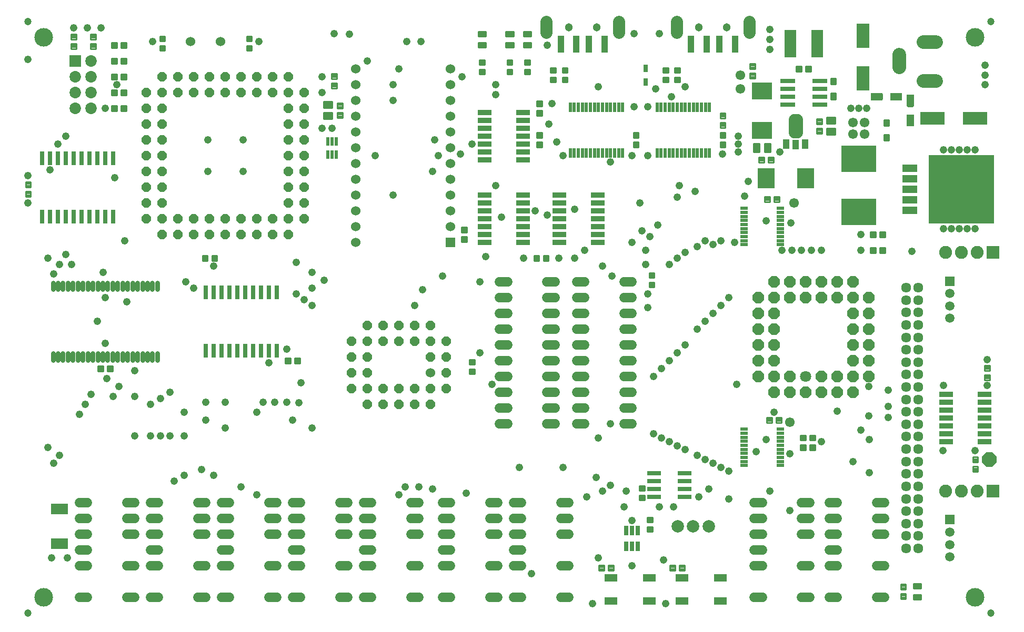
<source format=gts>
G75*
%MOIN*%
%OFA0B0*%
%FSLAX24Y24*%
%IPPOS*%
%LPD*%
%AMOC8*
5,1,8,0,0,1.08239X$1,22.5*
%
%ADD10C,0.1182*%
%ADD11R,0.0750X0.0500*%
%ADD12R,0.0500X0.0750*%
%ADD13OC8,0.0600*%
%ADD14C,0.0297*%
%ADD15C,0.0600*%
%ADD16R,0.0860X0.0300*%
%ADD17R,0.0300X0.0600*%
%ADD18R,0.0600X0.0600*%
%ADD19C,0.0600*%
%ADD20R,0.0470X0.0200*%
%ADD21R,0.0217X0.0630*%
%ADD22C,0.0880*%
%ADD23R,0.0595X0.0595*%
%ADD24C,0.0595*%
%ADD25C,0.0107*%
%ADD26R,0.0789X0.0513*%
%ADD27C,0.0789*%
%ADD28R,0.0880X0.0340*%
%ADD29R,0.1580X0.0830*%
%ADD30R,0.0830X0.1580*%
%ADD31R,0.1080X0.1280*%
%ADD32R,0.1280X0.1080*%
%ADD33R,0.0749X0.1734*%
%ADD34R,0.1080X0.0680*%
%ADD35C,0.0099*%
%ADD36C,0.0472*%
%ADD37C,0.0710*%
%ADD38OC8,0.0710*%
%ADD39R,0.0300X0.0860*%
%ADD40R,0.0395X0.1064*%
%ADD41C,0.0780*%
%ADD42C,0.0513*%
%ADD43C,0.0395*%
%ADD44R,0.0946X0.0316*%
%ADD45R,0.4178X0.4332*%
%ADD46R,0.0930X0.0500*%
%ADD47R,0.0395X0.0631*%
%ADD48C,0.0660*%
%ADD49R,0.0394X0.0630*%
%ADD50C,0.0120*%
%ADD51R,0.0820X0.0820*%
%ADD52C,0.0820*%
%ADD53C,0.0634*%
%ADD54OC8,0.0930*%
%ADD55R,0.2245X0.1655*%
%ADD56R,0.0220X0.0540*%
%ADD57R,0.0730X0.0730*%
%ADD58C,0.0730*%
%ADD59R,0.0316X0.0474*%
%ADD60C,0.0476*%
%ADD61C,0.0437*%
%ADD62C,0.0611*%
D10*
X002350Y002350D03*
X002350Y037850D03*
X061350Y037850D03*
X061350Y002350D03*
D11*
X056350Y034100D03*
X055100Y034100D03*
D12*
X057225Y033850D03*
X057225Y032600D03*
D13*
X027850Y018600D03*
X026850Y018600D03*
X026850Y017600D03*
X027850Y017600D03*
X027850Y016600D03*
X027850Y015600D03*
X026850Y015600D03*
X026850Y014600D03*
X025850Y014600D03*
X024850Y014600D03*
X024850Y015600D03*
X025850Y015600D03*
X023850Y015600D03*
X023850Y014600D03*
X022850Y014600D03*
X022850Y015600D03*
X021850Y015600D03*
X021850Y016600D03*
X022850Y016600D03*
X022850Y017600D03*
X021850Y017600D03*
X021850Y018600D03*
X022850Y018600D03*
X022850Y019600D03*
X023850Y019600D03*
X023850Y018600D03*
X024850Y018600D03*
X025850Y018600D03*
X025850Y019600D03*
X024850Y019600D03*
X026850Y019600D03*
X017850Y025350D03*
X017850Y026350D03*
X018850Y026350D03*
X018850Y027350D03*
X017850Y027350D03*
X016850Y026350D03*
X016850Y025350D03*
X015850Y025350D03*
X014850Y025350D03*
X014850Y026350D03*
X015850Y026350D03*
X013850Y026350D03*
X012850Y026350D03*
X012850Y025350D03*
X013850Y025350D03*
X011850Y025350D03*
X010850Y025350D03*
X010850Y026350D03*
X011850Y026350D03*
X009850Y026350D03*
X009850Y025350D03*
X008850Y026350D03*
X008850Y027350D03*
X009850Y027350D03*
X009850Y028350D03*
X009850Y029350D03*
X009850Y030350D03*
X009850Y031350D03*
X009850Y032350D03*
X008850Y032350D03*
X008850Y031350D03*
X008850Y030350D03*
X008850Y029350D03*
X008850Y028350D03*
X008850Y033350D03*
X008850Y034350D03*
X009850Y034350D03*
X009850Y033350D03*
X010850Y034350D03*
X011850Y034350D03*
X011850Y035350D03*
X010850Y035350D03*
X009850Y035350D03*
X012850Y035350D03*
X013850Y035350D03*
X013850Y034350D03*
X012850Y034350D03*
X014850Y034350D03*
X015850Y034350D03*
X015850Y035350D03*
X014850Y035350D03*
X016850Y035350D03*
X016850Y034350D03*
X017850Y034350D03*
X018850Y034350D03*
X018850Y033350D03*
X017850Y033350D03*
X017850Y032350D03*
X018850Y032350D03*
X018850Y031350D03*
X017850Y031350D03*
X017850Y030350D03*
X018850Y030350D03*
X018850Y029350D03*
X017850Y029350D03*
X017850Y028350D03*
X018850Y028350D03*
X017850Y035350D03*
D14*
X009532Y022293D02*
X009532Y022293D01*
X009532Y021879D01*
X009532Y021879D01*
X009532Y022293D01*
X009532Y022175D02*
X009532Y022175D01*
X009217Y022293D02*
X009217Y022293D01*
X009217Y021879D01*
X009217Y021879D01*
X009217Y022293D01*
X009217Y022175D02*
X009217Y022175D01*
X008902Y022293D02*
X008902Y022293D01*
X008902Y021879D01*
X008902Y021879D01*
X008902Y022293D01*
X008902Y022175D02*
X008902Y022175D01*
X008587Y022293D02*
X008587Y022293D01*
X008587Y021879D01*
X008587Y021879D01*
X008587Y022293D01*
X008587Y022175D02*
X008587Y022175D01*
X008272Y022293D02*
X008272Y022293D01*
X008272Y021879D01*
X008272Y021879D01*
X008272Y022293D01*
X008272Y022175D02*
X008272Y022175D01*
X007957Y022293D02*
X007957Y022293D01*
X007957Y021879D01*
X007957Y021879D01*
X007957Y022293D01*
X007957Y022175D02*
X007957Y022175D01*
X007642Y022293D02*
X007642Y022293D01*
X007642Y021879D01*
X007642Y021879D01*
X007642Y022293D01*
X007642Y022175D02*
X007642Y022175D01*
X007327Y022293D02*
X007327Y022293D01*
X007327Y021879D01*
X007327Y021879D01*
X007327Y022293D01*
X007327Y022175D02*
X007327Y022175D01*
X007012Y022293D02*
X007012Y022293D01*
X007012Y021879D01*
X007012Y021879D01*
X007012Y022293D01*
X007012Y022175D02*
X007012Y022175D01*
X006697Y022293D02*
X006697Y022293D01*
X006697Y021879D01*
X006697Y021879D01*
X006697Y022293D01*
X006697Y022175D02*
X006697Y022175D01*
X006382Y022293D02*
X006382Y022293D01*
X006382Y021879D01*
X006382Y021879D01*
X006382Y022293D01*
X006382Y022175D02*
X006382Y022175D01*
X006068Y022293D02*
X006068Y022293D01*
X006068Y021879D01*
X006068Y021879D01*
X006068Y022293D01*
X006068Y022175D02*
X006068Y022175D01*
X005753Y022293D02*
X005753Y022293D01*
X005753Y021879D01*
X005753Y021879D01*
X005753Y022293D01*
X005753Y022175D02*
X005753Y022175D01*
X005438Y022293D02*
X005438Y022293D01*
X005438Y021879D01*
X005438Y021879D01*
X005438Y022293D01*
X005438Y022175D02*
X005438Y022175D01*
X005123Y022293D02*
X005123Y022293D01*
X005123Y021879D01*
X005123Y021879D01*
X005123Y022293D01*
X005123Y022175D02*
X005123Y022175D01*
X004808Y022293D02*
X004808Y022293D01*
X004808Y021879D01*
X004808Y021879D01*
X004808Y022293D01*
X004808Y022175D02*
X004808Y022175D01*
X004493Y022293D02*
X004493Y022293D01*
X004493Y021879D01*
X004493Y021879D01*
X004493Y022293D01*
X004493Y022175D02*
X004493Y022175D01*
X004178Y022293D02*
X004178Y022293D01*
X004178Y021879D01*
X004178Y021879D01*
X004178Y022293D01*
X004178Y022175D02*
X004178Y022175D01*
X003863Y022293D02*
X003863Y022293D01*
X003863Y021879D01*
X003863Y021879D01*
X003863Y022293D01*
X003863Y022175D02*
X003863Y022175D01*
X003548Y022293D02*
X003548Y022293D01*
X003548Y021879D01*
X003548Y021879D01*
X003548Y022293D01*
X003548Y022175D02*
X003548Y022175D01*
X003233Y022293D02*
X003233Y022293D01*
X003233Y021879D01*
X003233Y021879D01*
X003233Y022293D01*
X003233Y022175D02*
X003233Y022175D01*
X002918Y022293D02*
X002918Y022293D01*
X002918Y021879D01*
X002918Y021879D01*
X002918Y022293D01*
X002918Y022175D02*
X002918Y022175D01*
X002918Y017407D02*
X002918Y017407D01*
X002918Y017821D01*
X002918Y017821D01*
X002918Y017407D01*
X002918Y017703D02*
X002918Y017703D01*
X003233Y017407D02*
X003233Y017407D01*
X003233Y017821D01*
X003233Y017821D01*
X003233Y017407D01*
X003233Y017703D02*
X003233Y017703D01*
X003548Y017407D02*
X003548Y017407D01*
X003548Y017821D01*
X003548Y017821D01*
X003548Y017407D01*
X003548Y017703D02*
X003548Y017703D01*
X003863Y017407D02*
X003863Y017407D01*
X003863Y017821D01*
X003863Y017821D01*
X003863Y017407D01*
X003863Y017703D02*
X003863Y017703D01*
X004178Y017407D02*
X004178Y017407D01*
X004178Y017821D01*
X004178Y017821D01*
X004178Y017407D01*
X004178Y017703D02*
X004178Y017703D01*
X004493Y017407D02*
X004493Y017407D01*
X004493Y017821D01*
X004493Y017821D01*
X004493Y017407D01*
X004493Y017703D02*
X004493Y017703D01*
X004808Y017407D02*
X004808Y017407D01*
X004808Y017821D01*
X004808Y017821D01*
X004808Y017407D01*
X004808Y017703D02*
X004808Y017703D01*
X005123Y017407D02*
X005123Y017407D01*
X005123Y017821D01*
X005123Y017821D01*
X005123Y017407D01*
X005123Y017703D02*
X005123Y017703D01*
X005438Y017407D02*
X005438Y017407D01*
X005438Y017821D01*
X005438Y017821D01*
X005438Y017407D01*
X005438Y017703D02*
X005438Y017703D01*
X005753Y017407D02*
X005753Y017407D01*
X005753Y017821D01*
X005753Y017821D01*
X005753Y017407D01*
X005753Y017703D02*
X005753Y017703D01*
X006068Y017407D02*
X006068Y017407D01*
X006068Y017821D01*
X006068Y017821D01*
X006068Y017407D01*
X006068Y017703D02*
X006068Y017703D01*
X006382Y017407D02*
X006382Y017407D01*
X006382Y017821D01*
X006382Y017821D01*
X006382Y017407D01*
X006382Y017703D02*
X006382Y017703D01*
X006697Y017407D02*
X006697Y017407D01*
X006697Y017821D01*
X006697Y017821D01*
X006697Y017407D01*
X006697Y017703D02*
X006697Y017703D01*
X007012Y017407D02*
X007012Y017407D01*
X007012Y017821D01*
X007012Y017821D01*
X007012Y017407D01*
X007012Y017703D02*
X007012Y017703D01*
X007327Y017407D02*
X007327Y017407D01*
X007327Y017821D01*
X007327Y017821D01*
X007327Y017407D01*
X007327Y017703D02*
X007327Y017703D01*
X007642Y017407D02*
X007642Y017407D01*
X007642Y017821D01*
X007642Y017821D01*
X007642Y017407D01*
X007642Y017703D02*
X007642Y017703D01*
X007957Y017407D02*
X007957Y017407D01*
X007957Y017821D01*
X007957Y017821D01*
X007957Y017407D01*
X007957Y017703D02*
X007957Y017703D01*
X008272Y017407D02*
X008272Y017407D01*
X008272Y017821D01*
X008272Y017821D01*
X008272Y017407D01*
X008272Y017703D02*
X008272Y017703D01*
X008587Y017407D02*
X008587Y017407D01*
X008587Y017821D01*
X008587Y017821D01*
X008587Y017407D01*
X008587Y017703D02*
X008587Y017703D01*
X008902Y017407D02*
X008902Y017407D01*
X008902Y017821D01*
X008902Y017821D01*
X008902Y017407D01*
X008902Y017703D02*
X008902Y017703D01*
X009217Y017407D02*
X009217Y017407D01*
X009217Y017821D01*
X009217Y017821D01*
X009217Y017407D01*
X009217Y017703D02*
X009217Y017703D01*
X009532Y017407D02*
X009532Y017407D01*
X009532Y017821D01*
X009532Y017821D01*
X009532Y017407D01*
X009532Y017703D02*
X009532Y017703D01*
D15*
X009610Y008350D02*
X009090Y008350D01*
X008110Y008350D02*
X007590Y008350D01*
X007590Y007350D02*
X008110Y007350D01*
X009090Y007350D02*
X009610Y007350D01*
X009610Y006350D02*
X009090Y006350D01*
X008110Y006350D02*
X007590Y006350D01*
X009090Y005350D02*
X009610Y005350D01*
X009610Y004350D02*
X009090Y004350D01*
X008110Y004350D02*
X007590Y004350D01*
X005110Y004350D02*
X004590Y004350D01*
X004590Y005350D02*
X005110Y005350D01*
X005110Y006350D02*
X004590Y006350D01*
X004590Y007350D02*
X005110Y007350D01*
X005110Y008350D02*
X004590Y008350D01*
X012090Y008350D02*
X012610Y008350D01*
X013590Y008350D02*
X014110Y008350D01*
X014110Y007350D02*
X013590Y007350D01*
X012610Y007350D02*
X012090Y007350D01*
X012090Y006350D02*
X012610Y006350D01*
X013590Y006350D02*
X014110Y006350D01*
X014110Y005350D02*
X013590Y005350D01*
X013590Y004350D02*
X014110Y004350D01*
X012610Y004350D02*
X012090Y004350D01*
X012090Y002350D02*
X012610Y002350D01*
X013590Y002350D02*
X014110Y002350D01*
X016590Y002350D02*
X017110Y002350D01*
X018090Y002350D02*
X018610Y002350D01*
X018610Y004350D02*
X018090Y004350D01*
X017110Y004350D02*
X016590Y004350D01*
X018090Y005350D02*
X018610Y005350D01*
X018610Y006350D02*
X018090Y006350D01*
X017110Y006350D02*
X016590Y006350D01*
X016590Y007350D02*
X017110Y007350D01*
X018090Y007350D02*
X018610Y007350D01*
X018610Y008350D02*
X018090Y008350D01*
X017110Y008350D02*
X016590Y008350D01*
X021090Y008350D02*
X021610Y008350D01*
X022590Y008350D02*
X023110Y008350D01*
X023110Y007350D02*
X022590Y007350D01*
X021610Y007350D02*
X021090Y007350D01*
X021090Y006350D02*
X021610Y006350D01*
X022590Y006350D02*
X023110Y006350D01*
X023110Y005350D02*
X022590Y005350D01*
X022590Y004350D02*
X023110Y004350D01*
X021610Y004350D02*
X021090Y004350D01*
X021090Y002350D02*
X021610Y002350D01*
X022590Y002350D02*
X023110Y002350D01*
X025590Y002350D02*
X026110Y002350D01*
X027590Y002350D02*
X028110Y002350D01*
X028110Y004350D02*
X027590Y004350D01*
X027590Y005350D02*
X028110Y005350D01*
X028110Y006350D02*
X027590Y006350D01*
X027590Y007350D02*
X028110Y007350D01*
X028110Y008350D02*
X027590Y008350D01*
X026110Y008350D02*
X025590Y008350D01*
X025590Y007350D02*
X026110Y007350D01*
X026110Y006350D02*
X025590Y006350D01*
X025590Y004350D02*
X026110Y004350D01*
X030590Y004350D02*
X031110Y004350D01*
X032090Y004350D02*
X032610Y004350D01*
X032610Y005350D02*
X032090Y005350D01*
X032090Y006350D02*
X032610Y006350D01*
X032610Y007350D02*
X032090Y007350D01*
X031110Y007350D02*
X030590Y007350D01*
X030590Y008350D02*
X031110Y008350D01*
X032090Y008350D02*
X032610Y008350D01*
X035090Y008350D02*
X035610Y008350D01*
X035610Y007350D02*
X035090Y007350D01*
X035090Y006350D02*
X035610Y006350D01*
X035610Y004350D02*
X035090Y004350D01*
X035090Y002350D02*
X035610Y002350D01*
X032610Y002350D02*
X032090Y002350D01*
X031110Y002350D02*
X030590Y002350D01*
X030590Y006350D02*
X031110Y006350D01*
X031215Y013350D02*
X031735Y013350D01*
X031735Y014350D02*
X031215Y014350D01*
X031215Y015350D02*
X031735Y015350D01*
X031735Y016350D02*
X031215Y016350D01*
X031215Y017350D02*
X031735Y017350D01*
X031735Y018350D02*
X031215Y018350D01*
X031215Y019350D02*
X031735Y019350D01*
X031735Y020350D02*
X031215Y020350D01*
X031215Y021350D02*
X031735Y021350D01*
X031735Y022350D02*
X031215Y022350D01*
X034215Y022350D02*
X034735Y022350D01*
X036090Y022350D02*
X036610Y022350D01*
X036610Y021350D02*
X036090Y021350D01*
X036090Y020350D02*
X036610Y020350D01*
X036610Y019350D02*
X036090Y019350D01*
X036090Y018350D02*
X036610Y018350D01*
X036610Y017350D02*
X036090Y017350D01*
X034735Y017350D02*
X034215Y017350D01*
X034215Y018350D02*
X034735Y018350D01*
X034735Y019350D02*
X034215Y019350D01*
X034215Y020350D02*
X034735Y020350D01*
X034735Y021350D02*
X034215Y021350D01*
X039090Y021350D02*
X039610Y021350D01*
X039610Y020350D02*
X039090Y020350D01*
X039090Y019350D02*
X039610Y019350D01*
X039610Y018350D02*
X039090Y018350D01*
X039090Y017350D02*
X039610Y017350D01*
X039610Y016350D02*
X039090Y016350D01*
X039090Y015350D02*
X039610Y015350D01*
X039610Y014350D02*
X039090Y014350D01*
X039090Y013350D02*
X039610Y013350D01*
X036610Y013350D02*
X036090Y013350D01*
X036090Y014350D02*
X036610Y014350D01*
X036610Y015350D02*
X036090Y015350D01*
X036090Y016350D02*
X036610Y016350D01*
X034735Y016350D02*
X034215Y016350D01*
X034215Y015350D02*
X034735Y015350D01*
X034735Y014350D02*
X034215Y014350D01*
X034215Y013350D02*
X034735Y013350D01*
X039090Y022350D02*
X039610Y022350D01*
X047340Y008350D02*
X047860Y008350D01*
X047860Y007350D02*
X047340Y007350D01*
X047340Y006350D02*
X047860Y006350D01*
X047860Y005350D02*
X047340Y005350D01*
X047340Y004350D02*
X047860Y004350D01*
X047860Y002350D02*
X047340Y002350D01*
X050340Y002350D02*
X050860Y002350D01*
X052090Y002350D02*
X052610Y002350D01*
X052610Y004350D02*
X052090Y004350D01*
X052090Y005350D02*
X052610Y005350D01*
X052610Y006350D02*
X052090Y006350D01*
X050860Y006350D02*
X050340Y006350D01*
X050340Y007350D02*
X050860Y007350D01*
X050860Y008350D02*
X050340Y008350D01*
X052090Y008350D02*
X052610Y008350D01*
X052610Y007350D02*
X052090Y007350D01*
X055090Y007350D02*
X055610Y007350D01*
X055610Y008350D02*
X055090Y008350D01*
X055090Y006350D02*
X055610Y006350D01*
X055610Y004350D02*
X055090Y004350D01*
X055090Y002350D02*
X055610Y002350D01*
X050860Y004350D02*
X050340Y004350D01*
X009610Y002350D02*
X009090Y002350D01*
X008110Y002350D02*
X007590Y002350D01*
X005110Y002350D02*
X004590Y002350D01*
D16*
X041005Y008725D03*
X041005Y009225D03*
X041005Y009725D03*
X041005Y010225D03*
X042945Y010225D03*
X042945Y009725D03*
X042945Y009225D03*
X042945Y008725D03*
D17*
X039970Y006600D03*
X039600Y006600D03*
X039230Y006600D03*
X039230Y005600D03*
X039600Y005600D03*
X039970Y005600D03*
D18*
X028100Y024850D03*
D19*
X028100Y025850D03*
X028100Y026850D03*
X028100Y027850D03*
X028100Y028850D03*
X028100Y029850D03*
X028100Y030850D03*
X028100Y031850D03*
X028100Y032850D03*
X028100Y033850D03*
X028100Y034850D03*
X028100Y035850D03*
X022100Y035850D03*
X022100Y034850D03*
X022100Y033850D03*
X022100Y032850D03*
X022100Y031850D03*
X022100Y030850D03*
X022100Y029850D03*
X022100Y028850D03*
X022100Y027850D03*
X022100Y026850D03*
X022100Y025850D03*
X022100Y024850D03*
X026850Y016600D03*
X013550Y037600D03*
X011650Y037600D03*
D20*
X046701Y027021D03*
X046701Y026765D03*
X046701Y026509D03*
X046701Y026254D03*
X046701Y025998D03*
X046701Y025742D03*
X046701Y025486D03*
X046701Y025230D03*
X046701Y024974D03*
X046701Y024718D03*
X048999Y024718D03*
X048999Y024974D03*
X048999Y025230D03*
X048999Y025486D03*
X048999Y025742D03*
X048999Y025998D03*
X048999Y026254D03*
X048999Y026509D03*
X048999Y026765D03*
X048999Y027021D03*
X048999Y013021D03*
X048999Y012765D03*
X048999Y012509D03*
X048999Y012254D03*
X048999Y011998D03*
X048999Y011742D03*
X048999Y011486D03*
X048999Y011230D03*
X048999Y010974D03*
X048999Y010718D03*
X046701Y010718D03*
X046701Y010974D03*
X046701Y011230D03*
X046701Y011486D03*
X046701Y011742D03*
X046701Y011998D03*
X046701Y012254D03*
X046701Y012509D03*
X046701Y012765D03*
X046701Y013021D03*
D21*
X044513Y030536D03*
X044257Y030536D03*
X044002Y030536D03*
X043746Y030536D03*
X043490Y030536D03*
X043234Y030536D03*
X042978Y030536D03*
X042722Y030536D03*
X042466Y030536D03*
X042210Y030536D03*
X041954Y030536D03*
X041698Y030536D03*
X041443Y030536D03*
X041187Y030536D03*
X039013Y030536D03*
X038757Y030536D03*
X038502Y030536D03*
X038246Y030536D03*
X037990Y030536D03*
X037734Y030536D03*
X037478Y030536D03*
X037222Y030536D03*
X036966Y030536D03*
X036710Y030536D03*
X036454Y030536D03*
X036198Y030536D03*
X035943Y030536D03*
X035687Y030536D03*
X035687Y033414D03*
X035943Y033414D03*
X036198Y033414D03*
X036454Y033414D03*
X036710Y033414D03*
X036966Y033414D03*
X037222Y033414D03*
X037478Y033414D03*
X037734Y033414D03*
X037990Y033414D03*
X038246Y033414D03*
X038502Y033414D03*
X038757Y033414D03*
X039013Y033414D03*
X041187Y033414D03*
X041443Y033414D03*
X041698Y033414D03*
X041954Y033414D03*
X042210Y033414D03*
X042466Y033414D03*
X042722Y033414D03*
X042978Y033414D03*
X043234Y033414D03*
X043490Y033414D03*
X043746Y033414D03*
X044002Y033414D03*
X044257Y033414D03*
X044513Y033414D03*
D22*
X056525Y035950D02*
X056525Y036750D01*
X058075Y037550D02*
X058875Y037550D01*
X058875Y035100D02*
X058075Y035100D01*
D23*
X059725Y022406D03*
X059725Y007281D03*
D24*
X059725Y006494D03*
X059725Y005706D03*
X059725Y004919D03*
X059725Y020044D03*
X059725Y020831D03*
X059725Y021619D03*
D25*
X055624Y024511D02*
X055302Y024511D01*
X055624Y024511D02*
X055624Y024189D01*
X055302Y024189D01*
X055302Y024511D01*
X055302Y024296D02*
X055624Y024296D01*
X055624Y024403D02*
X055302Y024403D01*
X055302Y024510D02*
X055624Y024510D01*
X055024Y024511D02*
X054702Y024511D01*
X055024Y024511D02*
X055024Y024189D01*
X054702Y024189D01*
X054702Y024511D01*
X054702Y024296D02*
X055024Y024296D01*
X055024Y024403D02*
X054702Y024403D01*
X054702Y024510D02*
X055024Y024510D01*
X055024Y025511D02*
X054702Y025511D01*
X055024Y025511D02*
X055024Y025189D01*
X054702Y025189D01*
X054702Y025511D01*
X054702Y025296D02*
X055024Y025296D01*
X055024Y025403D02*
X054702Y025403D01*
X054702Y025510D02*
X055024Y025510D01*
X055302Y025511D02*
X055624Y025511D01*
X055624Y025189D01*
X055302Y025189D01*
X055302Y025511D01*
X055302Y025296D02*
X055624Y025296D01*
X055624Y025403D02*
X055302Y025403D01*
X055302Y025510D02*
X055624Y025510D01*
X048936Y027439D02*
X048614Y027439D01*
X048614Y027761D01*
X048936Y027761D01*
X048936Y027439D01*
X048936Y027546D02*
X048614Y027546D01*
X048614Y027653D02*
X048936Y027653D01*
X048936Y027760D02*
X048614Y027760D01*
X048336Y027439D02*
X048014Y027439D01*
X048014Y027761D01*
X048336Y027761D01*
X048336Y027439D01*
X048336Y027546D02*
X048014Y027546D01*
X048014Y027653D02*
X048336Y027653D01*
X048336Y027760D02*
X048014Y027760D01*
X047961Y029939D02*
X047639Y029939D01*
X047639Y030261D01*
X047961Y030261D01*
X047961Y029939D01*
X047961Y030046D02*
X047639Y030046D01*
X047639Y030153D02*
X047961Y030153D01*
X047961Y030260D02*
X047639Y030260D01*
X048239Y029939D02*
X048561Y029939D01*
X048239Y029939D02*
X048239Y030261D01*
X048561Y030261D01*
X048561Y029939D01*
X048561Y030046D02*
X048239Y030046D01*
X048239Y030153D02*
X048561Y030153D01*
X048561Y030260D02*
X048239Y030260D01*
X045189Y030889D02*
X045189Y031211D01*
X045511Y031211D01*
X045511Y030889D01*
X045189Y030889D01*
X045189Y030996D02*
X045511Y030996D01*
X045511Y031103D02*
X045189Y031103D01*
X045189Y031210D02*
X045511Y031210D01*
X045189Y031489D02*
X045189Y031811D01*
X045511Y031811D01*
X045511Y031489D01*
X045189Y031489D01*
X045189Y031596D02*
X045511Y031596D01*
X045511Y031703D02*
X045189Y031703D01*
X045189Y031810D02*
X045511Y031810D01*
X045511Y032139D02*
X045511Y032461D01*
X045511Y032139D02*
X045189Y032139D01*
X045189Y032461D01*
X045511Y032461D01*
X045511Y032246D02*
X045189Y032246D01*
X045189Y032353D02*
X045511Y032353D01*
X045511Y032460D02*
X045189Y032460D01*
X045511Y032739D02*
X045511Y033061D01*
X045511Y032739D02*
X045189Y032739D01*
X045189Y033061D01*
X045511Y033061D01*
X045511Y032846D02*
X045189Y032846D01*
X045189Y032953D02*
X045511Y032953D01*
X045511Y033060D02*
X045189Y033060D01*
X047064Y035264D02*
X047064Y035586D01*
X047386Y035586D01*
X047386Y035264D01*
X047064Y035264D01*
X047064Y035371D02*
X047386Y035371D01*
X047386Y035478D02*
X047064Y035478D01*
X047064Y035585D02*
X047386Y035585D01*
X047064Y035864D02*
X047064Y036186D01*
X047386Y036186D01*
X047386Y035864D01*
X047064Y035864D01*
X047064Y035971D02*
X047386Y035971D01*
X047386Y036078D02*
X047064Y036078D01*
X047064Y036185D02*
X047386Y036185D01*
X050014Y035689D02*
X050336Y035689D01*
X050014Y035689D02*
X050014Y036011D01*
X050336Y036011D01*
X050336Y035689D01*
X050336Y035796D02*
X050014Y035796D01*
X050014Y035903D02*
X050336Y035903D01*
X050336Y036010D02*
X050014Y036010D01*
X050614Y035689D02*
X050936Y035689D01*
X050614Y035689D02*
X050614Y036011D01*
X050936Y036011D01*
X050936Y035689D01*
X050936Y035796D02*
X050614Y035796D01*
X050614Y035903D02*
X050936Y035903D01*
X050936Y036010D02*
X050614Y036010D01*
X051314Y032686D02*
X051314Y032364D01*
X051314Y032686D02*
X051636Y032686D01*
X051636Y032364D01*
X051314Y032364D01*
X051314Y032471D02*
X051636Y032471D01*
X051636Y032578D02*
X051314Y032578D01*
X051314Y032685D02*
X051636Y032685D01*
X051314Y032086D02*
X051314Y031764D01*
X051314Y032086D02*
X051636Y032086D01*
X051636Y031764D01*
X051314Y031764D01*
X051314Y031871D02*
X051636Y031871D01*
X051636Y031978D02*
X051314Y031978D01*
X051314Y032085D02*
X051636Y032085D01*
X042636Y035014D02*
X042636Y035336D01*
X042636Y035014D02*
X042314Y035014D01*
X042314Y035336D01*
X042636Y035336D01*
X042636Y035121D02*
X042314Y035121D01*
X042314Y035228D02*
X042636Y035228D01*
X042636Y035335D02*
X042314Y035335D01*
X042636Y035614D02*
X042636Y035936D01*
X042636Y035614D02*
X042314Y035614D01*
X042314Y035936D01*
X042636Y035936D01*
X042636Y035721D02*
X042314Y035721D01*
X042314Y035828D02*
X042636Y035828D01*
X042636Y035935D02*
X042314Y035935D01*
X041564Y035936D02*
X041564Y035614D01*
X041564Y035936D02*
X041886Y035936D01*
X041886Y035614D01*
X041564Y035614D01*
X041564Y035721D02*
X041886Y035721D01*
X041886Y035828D02*
X041564Y035828D01*
X041564Y035935D02*
X041886Y035935D01*
X041564Y035336D02*
X041564Y035014D01*
X041564Y035336D02*
X041886Y035336D01*
X041886Y035014D01*
X041564Y035014D01*
X041564Y035121D02*
X041886Y035121D01*
X041886Y035228D02*
X041564Y035228D01*
X041564Y035335D02*
X041886Y035335D01*
X040011Y031811D02*
X040011Y031489D01*
X039689Y031489D01*
X039689Y031811D01*
X040011Y031811D01*
X040011Y031596D02*
X039689Y031596D01*
X039689Y031703D02*
X040011Y031703D01*
X040011Y031810D02*
X039689Y031810D01*
X040011Y031211D02*
X040011Y030889D01*
X039689Y030889D01*
X039689Y031211D01*
X040011Y031211D01*
X040011Y030996D02*
X039689Y030996D01*
X039689Y031103D02*
X040011Y031103D01*
X040011Y031210D02*
X039689Y031210D01*
X035511Y035014D02*
X035511Y035336D01*
X035511Y035014D02*
X035189Y035014D01*
X035189Y035336D01*
X035511Y035336D01*
X035511Y035121D02*
X035189Y035121D01*
X035189Y035228D02*
X035511Y035228D01*
X035511Y035335D02*
X035189Y035335D01*
X035511Y035614D02*
X035511Y035936D01*
X035511Y035614D02*
X035189Y035614D01*
X035189Y035936D01*
X035511Y035936D01*
X035511Y035721D02*
X035189Y035721D01*
X035189Y035828D02*
X035511Y035828D01*
X035511Y035935D02*
X035189Y035935D01*
X034439Y035936D02*
X034439Y035614D01*
X034439Y035936D02*
X034761Y035936D01*
X034761Y035614D01*
X034439Y035614D01*
X034439Y035721D02*
X034761Y035721D01*
X034761Y035828D02*
X034439Y035828D01*
X034439Y035935D02*
X034761Y035935D01*
X034439Y035336D02*
X034439Y035014D01*
X034439Y035336D02*
X034761Y035336D01*
X034761Y035014D01*
X034439Y035014D01*
X034439Y035121D02*
X034761Y035121D01*
X034761Y035228D02*
X034439Y035228D01*
X034439Y035335D02*
X034761Y035335D01*
X033136Y035514D02*
X033136Y035836D01*
X033136Y035514D02*
X032814Y035514D01*
X032814Y035836D01*
X033136Y035836D01*
X033136Y035621D02*
X032814Y035621D01*
X032814Y035728D02*
X033136Y035728D01*
X033136Y035835D02*
X032814Y035835D01*
X033136Y036114D02*
X033136Y036436D01*
X033136Y036114D02*
X032814Y036114D01*
X032814Y036436D01*
X033136Y036436D01*
X033136Y036221D02*
X032814Y036221D01*
X032814Y036328D02*
X033136Y036328D01*
X033136Y036435D02*
X032814Y036435D01*
X032011Y036436D02*
X032011Y036114D01*
X031689Y036114D01*
X031689Y036436D01*
X032011Y036436D01*
X032011Y036221D02*
X031689Y036221D01*
X031689Y036328D02*
X032011Y036328D01*
X032011Y036435D02*
X031689Y036435D01*
X032011Y035836D02*
X032011Y035514D01*
X031689Y035514D01*
X031689Y035836D01*
X032011Y035836D01*
X032011Y035621D02*
X031689Y035621D01*
X031689Y035728D02*
X032011Y035728D01*
X032011Y035835D02*
X031689Y035835D01*
X030261Y035836D02*
X030261Y035514D01*
X029939Y035514D01*
X029939Y035836D01*
X030261Y035836D01*
X030261Y035621D02*
X029939Y035621D01*
X029939Y035728D02*
X030261Y035728D01*
X030261Y035835D02*
X029939Y035835D01*
X030261Y036114D02*
X030261Y036436D01*
X030261Y036114D02*
X029939Y036114D01*
X029939Y036436D01*
X030261Y036436D01*
X030261Y036221D02*
X029939Y036221D01*
X029939Y036328D02*
X030261Y036328D01*
X030261Y036435D02*
X029939Y036435D01*
X029864Y037214D02*
X029864Y037536D01*
X030336Y037536D01*
X030336Y037214D01*
X029864Y037214D01*
X029864Y037321D02*
X030336Y037321D01*
X030336Y037428D02*
X029864Y037428D01*
X029864Y037535D02*
X030336Y037535D01*
X029864Y037914D02*
X029864Y038236D01*
X030336Y038236D01*
X030336Y037914D01*
X029864Y037914D01*
X029864Y038021D02*
X030336Y038021D01*
X030336Y038128D02*
X029864Y038128D01*
X029864Y038235D02*
X030336Y038235D01*
X031614Y038236D02*
X031614Y037914D01*
X031614Y038236D02*
X032086Y038236D01*
X032086Y037914D01*
X031614Y037914D01*
X031614Y038021D02*
X032086Y038021D01*
X032086Y038128D02*
X031614Y038128D01*
X031614Y038235D02*
X032086Y038235D01*
X032739Y038236D02*
X032739Y037914D01*
X032739Y038236D02*
X033211Y038236D01*
X033211Y037914D01*
X032739Y037914D01*
X032739Y038021D02*
X033211Y038021D01*
X033211Y038128D02*
X032739Y038128D01*
X032739Y038235D02*
X033211Y038235D01*
X032739Y037536D02*
X032739Y037214D01*
X032739Y037536D02*
X033211Y037536D01*
X033211Y037214D01*
X032739Y037214D01*
X032739Y037321D02*
X033211Y037321D01*
X033211Y037428D02*
X032739Y037428D01*
X032739Y037535D02*
X033211Y037535D01*
X031614Y037536D02*
X031614Y037214D01*
X031614Y037536D02*
X032086Y037536D01*
X032086Y037214D01*
X031614Y037214D01*
X031614Y037321D02*
X032086Y037321D01*
X032086Y037428D02*
X031614Y037428D01*
X031614Y037535D02*
X032086Y037535D01*
X033886Y033811D02*
X033886Y033489D01*
X033564Y033489D01*
X033564Y033811D01*
X033886Y033811D01*
X033886Y033596D02*
X033564Y033596D01*
X033564Y033703D02*
X033886Y033703D01*
X033886Y033810D02*
X033564Y033810D01*
X033886Y033211D02*
X033886Y032889D01*
X033564Y032889D01*
X033564Y033211D01*
X033886Y033211D01*
X033886Y032996D02*
X033564Y032996D01*
X033564Y033103D02*
X033886Y033103D01*
X033886Y033210D02*
X033564Y033210D01*
X033564Y031811D02*
X033564Y031489D01*
X033564Y031811D02*
X033886Y031811D01*
X033886Y031489D01*
X033564Y031489D01*
X033564Y031596D02*
X033886Y031596D01*
X033886Y031703D02*
X033564Y031703D01*
X033564Y031810D02*
X033886Y031810D01*
X033564Y031211D02*
X033564Y030889D01*
X033564Y031211D02*
X033886Y031211D01*
X033886Y030889D01*
X033564Y030889D01*
X033564Y030996D02*
X033886Y030996D01*
X033886Y031103D02*
X033564Y031103D01*
X033564Y031210D02*
X033886Y031210D01*
X029136Y025811D02*
X029136Y025489D01*
X028814Y025489D01*
X028814Y025811D01*
X029136Y025811D01*
X029136Y025596D02*
X028814Y025596D01*
X028814Y025703D02*
X029136Y025703D01*
X029136Y025810D02*
X028814Y025810D01*
X029136Y025211D02*
X029136Y024889D01*
X028814Y024889D01*
X028814Y025211D01*
X029136Y025211D01*
X029136Y024996D02*
X028814Y024996D01*
X028814Y025103D02*
X029136Y025103D01*
X029136Y025210D02*
X028814Y025210D01*
X033389Y024011D02*
X033711Y024011D01*
X033711Y023689D01*
X033389Y023689D01*
X033389Y024011D01*
X033389Y023796D02*
X033711Y023796D01*
X033711Y023903D02*
X033389Y023903D01*
X033389Y024010D02*
X033711Y024010D01*
X033989Y024011D02*
X034311Y024011D01*
X034311Y023689D01*
X033989Y023689D01*
X033989Y024011D01*
X033989Y023796D02*
X034311Y023796D01*
X034311Y023903D02*
X033989Y023903D01*
X033989Y024010D02*
X034311Y024010D01*
X041011Y022936D02*
X041011Y022614D01*
X040689Y022614D01*
X040689Y022936D01*
X041011Y022936D01*
X041011Y022721D02*
X040689Y022721D01*
X040689Y022828D02*
X041011Y022828D01*
X041011Y022935D02*
X040689Y022935D01*
X041011Y022336D02*
X041011Y022014D01*
X040689Y022014D01*
X040689Y022336D01*
X041011Y022336D01*
X041011Y022121D02*
X040689Y022121D01*
X040689Y022228D02*
X041011Y022228D01*
X041011Y022335D02*
X040689Y022335D01*
X029314Y017436D02*
X029314Y017114D01*
X029314Y017436D02*
X029636Y017436D01*
X029636Y017114D01*
X029314Y017114D01*
X029314Y017221D02*
X029636Y017221D01*
X029636Y017328D02*
X029314Y017328D01*
X029314Y017435D02*
X029636Y017435D01*
X029314Y016836D02*
X029314Y016514D01*
X029314Y016836D02*
X029636Y016836D01*
X029636Y016514D01*
X029314Y016514D01*
X029314Y016621D02*
X029636Y016621D01*
X029636Y016728D02*
X029314Y016728D01*
X029314Y016835D02*
X029636Y016835D01*
X040386Y009436D02*
X040386Y009114D01*
X040064Y009114D01*
X040064Y009436D01*
X040386Y009436D01*
X040386Y009221D02*
X040064Y009221D01*
X040064Y009328D02*
X040386Y009328D01*
X040386Y009435D02*
X040064Y009435D01*
X040386Y008836D02*
X040386Y008514D01*
X040064Y008514D01*
X040064Y008836D01*
X040386Y008836D01*
X040386Y008621D02*
X040064Y008621D01*
X040064Y008728D02*
X040386Y008728D01*
X040386Y008835D02*
X040064Y008835D01*
X040886Y007436D02*
X040886Y007114D01*
X040564Y007114D01*
X040564Y007436D01*
X040886Y007436D01*
X040886Y007221D02*
X040564Y007221D01*
X040564Y007328D02*
X040886Y007328D01*
X040886Y007435D02*
X040564Y007435D01*
X040886Y006836D02*
X040886Y006514D01*
X040564Y006514D01*
X040564Y006836D01*
X040886Y006836D01*
X040886Y006621D02*
X040564Y006621D01*
X040564Y006728D02*
X040886Y006728D01*
X040886Y006835D02*
X040564Y006835D01*
X042014Y004386D02*
X042336Y004386D01*
X042336Y004064D01*
X042014Y004064D01*
X042014Y004386D01*
X042014Y004171D02*
X042336Y004171D01*
X042336Y004278D02*
X042014Y004278D01*
X042014Y004385D02*
X042336Y004385D01*
X042614Y004386D02*
X042936Y004386D01*
X042936Y004064D01*
X042614Y004064D01*
X042614Y004386D01*
X042614Y004171D02*
X042936Y004171D01*
X042936Y004278D02*
X042614Y004278D01*
X042614Y004385D02*
X042936Y004385D01*
X038436Y004386D02*
X038114Y004386D01*
X038436Y004386D02*
X038436Y004064D01*
X038114Y004064D01*
X038114Y004386D01*
X038114Y004171D02*
X038436Y004171D01*
X038436Y004278D02*
X038114Y004278D01*
X038114Y004385D02*
X038436Y004385D01*
X037836Y004386D02*
X037514Y004386D01*
X037836Y004386D02*
X037836Y004064D01*
X037514Y004064D01*
X037514Y004386D01*
X037514Y004171D02*
X037836Y004171D01*
X037836Y004278D02*
X037514Y004278D01*
X037514Y004385D02*
X037836Y004385D01*
X048139Y013439D02*
X048461Y013439D01*
X048139Y013439D02*
X048139Y013761D01*
X048461Y013761D01*
X048461Y013439D01*
X048461Y013546D02*
X048139Y013546D01*
X048139Y013653D02*
X048461Y013653D01*
X048461Y013760D02*
X048139Y013760D01*
X048739Y013439D02*
X049061Y013439D01*
X048739Y013439D02*
X048739Y013761D01*
X049061Y013761D01*
X049061Y013439D01*
X049061Y013546D02*
X048739Y013546D01*
X048739Y013653D02*
X049061Y013653D01*
X049061Y013760D02*
X048739Y013760D01*
X050264Y012314D02*
X050586Y012314D01*
X050264Y012314D02*
X050264Y012636D01*
X050586Y012636D01*
X050586Y012314D01*
X050586Y012421D02*
X050264Y012421D01*
X050264Y012528D02*
X050586Y012528D01*
X050586Y012635D02*
X050264Y012635D01*
X050864Y012314D02*
X051186Y012314D01*
X050864Y012314D02*
X050864Y012636D01*
X051186Y012636D01*
X051186Y012314D01*
X051186Y012421D02*
X050864Y012421D01*
X050864Y012528D02*
X051186Y012528D01*
X051186Y012635D02*
X050864Y012635D01*
X050864Y011689D02*
X051186Y011689D01*
X050864Y011689D02*
X050864Y012011D01*
X051186Y012011D01*
X051186Y011689D01*
X051186Y011796D02*
X050864Y011796D01*
X050864Y011903D02*
X051186Y011903D01*
X051186Y012010D02*
X050864Y012010D01*
X050586Y011689D02*
X050264Y011689D01*
X050264Y012011D01*
X050586Y012011D01*
X050586Y011689D01*
X050586Y011796D02*
X050264Y011796D01*
X050264Y011903D02*
X050586Y011903D01*
X050586Y012010D02*
X050264Y012010D01*
X061511Y011249D02*
X061511Y010927D01*
X061189Y010927D01*
X061189Y011249D01*
X061511Y011249D01*
X061511Y011034D02*
X061189Y011034D01*
X061189Y011141D02*
X061511Y011141D01*
X061511Y011248D02*
X061189Y011248D01*
X061511Y010649D02*
X061511Y010327D01*
X061189Y010327D01*
X061189Y010649D01*
X061511Y010649D01*
X061511Y010434D02*
X061189Y010434D01*
X061189Y010541D02*
X061511Y010541D01*
X061511Y010648D02*
X061189Y010648D01*
X061939Y016139D02*
X061939Y016461D01*
X062261Y016461D01*
X062261Y016139D01*
X061939Y016139D01*
X061939Y016246D02*
X062261Y016246D01*
X062261Y016353D02*
X061939Y016353D01*
X061939Y016460D02*
X062261Y016460D01*
X061939Y016739D02*
X061939Y017061D01*
X062261Y017061D01*
X062261Y016739D01*
X061939Y016739D01*
X061939Y016846D02*
X062261Y016846D01*
X062261Y016953D02*
X061939Y016953D01*
X061939Y017060D02*
X062261Y017060D01*
X057427Y003236D02*
X057427Y002914D01*
X057427Y003236D02*
X057899Y003236D01*
X057899Y002914D01*
X057427Y002914D01*
X057427Y003021D02*
X057899Y003021D01*
X057899Y003128D02*
X057427Y003128D01*
X057427Y003235D02*
X057899Y003235D01*
X056627Y003186D02*
X056627Y002864D01*
X056627Y003186D02*
X056949Y003186D01*
X056949Y002864D01*
X056627Y002864D01*
X056627Y002971D02*
X056949Y002971D01*
X056949Y003078D02*
X056627Y003078D01*
X056627Y003185D02*
X056949Y003185D01*
X056627Y002586D02*
X056627Y002264D01*
X056627Y002586D02*
X056949Y002586D01*
X056949Y002264D01*
X056627Y002264D01*
X056627Y002371D02*
X056949Y002371D01*
X056949Y002478D02*
X056627Y002478D01*
X056627Y002585D02*
X056949Y002585D01*
X057427Y002536D02*
X057427Y002214D01*
X057427Y002536D02*
X057899Y002536D01*
X057899Y002214D01*
X057427Y002214D01*
X057427Y002321D02*
X057899Y002321D01*
X057899Y002428D02*
X057427Y002428D01*
X057427Y002535D02*
X057899Y002535D01*
X018561Y017189D02*
X018239Y017189D01*
X018239Y017511D01*
X018561Y017511D01*
X018561Y017189D01*
X018561Y017296D02*
X018239Y017296D01*
X018239Y017403D02*
X018561Y017403D01*
X018561Y017510D02*
X018239Y017510D01*
X017961Y017189D02*
X017639Y017189D01*
X017639Y017511D01*
X017961Y017511D01*
X017961Y017189D01*
X017961Y017296D02*
X017639Y017296D01*
X017639Y017403D02*
X017961Y017403D01*
X017961Y017510D02*
X017639Y017510D01*
X013311Y024011D02*
X012989Y024011D01*
X013311Y024011D02*
X013311Y023689D01*
X012989Y023689D01*
X012989Y024011D01*
X012989Y023796D02*
X013311Y023796D01*
X013311Y023903D02*
X012989Y023903D01*
X012989Y024010D02*
X013311Y024010D01*
X012711Y024011D02*
X012389Y024011D01*
X012711Y024011D02*
X012711Y023689D01*
X012389Y023689D01*
X012389Y024011D01*
X012389Y023796D02*
X012711Y023796D01*
X012711Y023903D02*
X012389Y023903D01*
X012389Y024010D02*
X012711Y024010D01*
X006686Y017011D02*
X006364Y017011D01*
X006686Y017011D02*
X006686Y016689D01*
X006364Y016689D01*
X006364Y017011D01*
X006364Y016796D02*
X006686Y016796D01*
X006686Y016903D02*
X006364Y016903D01*
X006364Y017010D02*
X006686Y017010D01*
X006086Y017011D02*
X005764Y017011D01*
X006086Y017011D02*
X006086Y016689D01*
X005764Y016689D01*
X005764Y017011D01*
X005764Y016796D02*
X006086Y016796D01*
X006086Y016903D02*
X005764Y016903D01*
X005764Y017010D02*
X006086Y017010D01*
X001189Y027764D02*
X001189Y028086D01*
X001511Y028086D01*
X001511Y027764D01*
X001189Y027764D01*
X001189Y027871D02*
X001511Y027871D01*
X001511Y027978D02*
X001189Y027978D01*
X001189Y028085D02*
X001511Y028085D01*
X001189Y028364D02*
X001189Y028686D01*
X001511Y028686D01*
X001511Y028364D01*
X001189Y028364D01*
X001189Y028471D02*
X001511Y028471D01*
X001511Y028578D02*
X001189Y028578D01*
X001189Y028685D02*
X001511Y028685D01*
X006639Y033189D02*
X006961Y033189D01*
X006639Y033189D02*
X006639Y033511D01*
X006961Y033511D01*
X006961Y033189D01*
X006961Y033296D02*
X006639Y033296D01*
X006639Y033403D02*
X006961Y033403D01*
X006961Y033510D02*
X006639Y033510D01*
X007239Y033189D02*
X007561Y033189D01*
X007239Y033189D02*
X007239Y033511D01*
X007561Y033511D01*
X007561Y033189D01*
X007561Y033296D02*
X007239Y033296D01*
X007239Y033403D02*
X007561Y033403D01*
X007561Y033510D02*
X007239Y033510D01*
X007239Y034189D02*
X007561Y034189D01*
X007239Y034189D02*
X007239Y034511D01*
X007561Y034511D01*
X007561Y034189D01*
X007561Y034296D02*
X007239Y034296D01*
X007239Y034403D02*
X007561Y034403D01*
X007561Y034510D02*
X007239Y034510D01*
X006961Y034189D02*
X006639Y034189D01*
X006639Y034511D01*
X006961Y034511D01*
X006961Y034189D01*
X006961Y034296D02*
X006639Y034296D01*
X006639Y034403D02*
X006961Y034403D01*
X006961Y034510D02*
X006639Y034510D01*
X006639Y035189D02*
X006961Y035189D01*
X006639Y035189D02*
X006639Y035511D01*
X006961Y035511D01*
X006961Y035189D01*
X006961Y035296D02*
X006639Y035296D01*
X006639Y035403D02*
X006961Y035403D01*
X006961Y035510D02*
X006639Y035510D01*
X007239Y035189D02*
X007561Y035189D01*
X007239Y035189D02*
X007239Y035511D01*
X007561Y035511D01*
X007561Y035189D01*
X007561Y035296D02*
X007239Y035296D01*
X007239Y035403D02*
X007561Y035403D01*
X007561Y035510D02*
X007239Y035510D01*
X007239Y036189D02*
X007561Y036189D01*
X007239Y036189D02*
X007239Y036511D01*
X007561Y036511D01*
X007561Y036189D01*
X007561Y036296D02*
X007239Y036296D01*
X007239Y036403D02*
X007561Y036403D01*
X007561Y036510D02*
X007239Y036510D01*
X006961Y036189D02*
X006639Y036189D01*
X006639Y036511D01*
X006961Y036511D01*
X006961Y036189D01*
X006961Y036296D02*
X006639Y036296D01*
X006639Y036403D02*
X006961Y036403D01*
X006961Y036510D02*
X006639Y036510D01*
X006639Y037189D02*
X006961Y037189D01*
X006639Y037189D02*
X006639Y037511D01*
X006961Y037511D01*
X006961Y037189D01*
X006961Y037296D02*
X006639Y037296D01*
X006639Y037403D02*
X006961Y037403D01*
X006961Y037510D02*
X006639Y037510D01*
X007239Y037189D02*
X007561Y037189D01*
X007239Y037189D02*
X007239Y037511D01*
X007561Y037511D01*
X007561Y037189D01*
X007561Y037296D02*
X007239Y037296D01*
X007239Y037403D02*
X007561Y037403D01*
X007561Y037510D02*
X007239Y037510D01*
X005314Y037461D02*
X005314Y037139D01*
X005314Y037461D02*
X005636Y037461D01*
X005636Y037139D01*
X005314Y037139D01*
X005314Y037246D02*
X005636Y037246D01*
X005636Y037353D02*
X005314Y037353D01*
X005314Y037460D02*
X005636Y037460D01*
X005314Y037739D02*
X005314Y038061D01*
X005636Y038061D01*
X005636Y037739D01*
X005314Y037739D01*
X005314Y037846D02*
X005636Y037846D01*
X005636Y037953D02*
X005314Y037953D01*
X005314Y038060D02*
X005636Y038060D01*
X004386Y038061D02*
X004386Y037739D01*
X004064Y037739D01*
X004064Y038061D01*
X004386Y038061D01*
X004386Y037846D02*
X004064Y037846D01*
X004064Y037953D02*
X004386Y037953D01*
X004386Y038060D02*
X004064Y038060D01*
X004386Y037461D02*
X004386Y037139D01*
X004064Y037139D01*
X004064Y037461D01*
X004386Y037461D01*
X004386Y037246D02*
X004064Y037246D01*
X004064Y037353D02*
X004386Y037353D01*
X004386Y037460D02*
X004064Y037460D01*
X009689Y037336D02*
X009689Y037014D01*
X009689Y037336D02*
X010011Y037336D01*
X010011Y037014D01*
X009689Y037014D01*
X009689Y037121D02*
X010011Y037121D01*
X010011Y037228D02*
X009689Y037228D01*
X009689Y037335D02*
X010011Y037335D01*
X009689Y037614D02*
X009689Y037936D01*
X010011Y037936D01*
X010011Y037614D01*
X009689Y037614D01*
X009689Y037721D02*
X010011Y037721D01*
X010011Y037828D02*
X009689Y037828D01*
X009689Y037935D02*
X010011Y037935D01*
X015189Y037936D02*
X015189Y037614D01*
X015189Y037936D02*
X015511Y037936D01*
X015511Y037614D01*
X015189Y037614D01*
X015189Y037721D02*
X015511Y037721D01*
X015511Y037828D02*
X015189Y037828D01*
X015189Y037935D02*
X015511Y037935D01*
X015189Y037336D02*
X015189Y037014D01*
X015189Y037336D02*
X015511Y037336D01*
X015511Y037014D01*
X015189Y037014D01*
X015189Y037121D02*
X015511Y037121D01*
X015511Y037228D02*
X015189Y037228D01*
X015189Y037335D02*
X015511Y037335D01*
X020564Y035561D02*
X020564Y035239D01*
X020564Y035561D02*
X020886Y035561D01*
X020886Y035239D01*
X020564Y035239D01*
X020564Y035346D02*
X020886Y035346D01*
X020886Y035453D02*
X020564Y035453D01*
X020564Y035560D02*
X020886Y035560D01*
X020564Y034961D02*
X020564Y034639D01*
X020564Y034961D02*
X020886Y034961D01*
X020886Y034639D01*
X020564Y034639D01*
X020564Y034746D02*
X020886Y034746D01*
X020886Y034853D02*
X020564Y034853D01*
X020564Y034960D02*
X020886Y034960D01*
X021261Y033686D02*
X021261Y033364D01*
X020939Y033364D01*
X020939Y033686D01*
X021261Y033686D01*
X021261Y033471D02*
X020939Y033471D01*
X020939Y033578D02*
X021261Y033578D01*
X021261Y033685D02*
X020939Y033685D01*
X021261Y033086D02*
X021261Y032764D01*
X020939Y032764D01*
X020939Y033086D01*
X021261Y033086D01*
X021261Y032871D02*
X020939Y032871D01*
X020939Y032978D02*
X021261Y032978D01*
X021261Y033085D02*
X020939Y033085D01*
D26*
X038255Y003578D03*
X038255Y002122D03*
X040695Y002122D03*
X040695Y003578D03*
X042755Y003578D03*
X042755Y002122D03*
X045195Y002122D03*
X045195Y003578D03*
D27*
X044459Y006850D03*
X043475Y006850D03*
X042491Y006850D03*
D28*
X059515Y012225D03*
X059515Y012725D03*
X059515Y013225D03*
X059515Y013725D03*
X059515Y014225D03*
X059515Y014725D03*
X059515Y015225D03*
X061935Y015225D03*
X061935Y014725D03*
X061935Y014225D03*
X061935Y013725D03*
X061935Y013225D03*
X061935Y012725D03*
X061935Y012225D03*
X037435Y024850D03*
X037435Y025350D03*
X037435Y025850D03*
X037435Y026350D03*
X037435Y026850D03*
X037435Y027350D03*
X037435Y027850D03*
X035015Y027850D03*
X035015Y027350D03*
X035015Y026850D03*
X035015Y026350D03*
X035015Y025850D03*
X035015Y025350D03*
X035015Y024850D03*
X032685Y024850D03*
X032685Y025350D03*
X032685Y025850D03*
X032685Y026350D03*
X032685Y026850D03*
X032685Y027350D03*
X032685Y027850D03*
X030265Y027850D03*
X030265Y027350D03*
X030265Y026850D03*
X030265Y026350D03*
X030265Y025850D03*
X030265Y025350D03*
X030265Y024850D03*
X030265Y030100D03*
X030265Y030600D03*
X030265Y031100D03*
X030265Y031600D03*
X030265Y032100D03*
X030265Y032600D03*
X030265Y033100D03*
X032685Y033100D03*
X032685Y032600D03*
X032685Y032100D03*
X032685Y031600D03*
X032685Y031100D03*
X032685Y030600D03*
X032685Y030100D03*
D29*
X058625Y032725D03*
X061325Y032725D03*
D30*
X054225Y035250D03*
X054225Y037950D03*
D31*
X050600Y028913D03*
X048100Y028913D03*
D32*
X047850Y031975D03*
X047850Y034475D03*
D33*
X049619Y037475D03*
X051331Y037475D03*
D34*
X003350Y007950D03*
X003350Y005750D03*
D35*
X052498Y033940D02*
X052498Y034316D01*
X052498Y033940D02*
X052202Y033940D01*
X052202Y034316D01*
X052498Y034316D01*
X052498Y034038D02*
X052202Y034038D01*
X052202Y034136D02*
X052498Y034136D01*
X052498Y034234D02*
X052202Y034234D01*
X052498Y034884D02*
X052498Y035260D01*
X052498Y034884D02*
X052202Y034884D01*
X052202Y035260D01*
X052498Y035260D01*
X052498Y034982D02*
X052202Y034982D01*
X052202Y035080D02*
X052498Y035080D01*
X052498Y035178D02*
X052202Y035178D01*
X055065Y034248D02*
X055441Y034248D01*
X055441Y033952D01*
X055065Y033952D01*
X055065Y034248D01*
X055065Y034050D02*
X055441Y034050D01*
X055441Y034148D02*
X055065Y034148D01*
X055065Y034246D02*
X055441Y034246D01*
X056009Y034248D02*
X056385Y034248D01*
X056385Y033952D01*
X056009Y033952D01*
X056009Y034248D01*
X056009Y034050D02*
X056385Y034050D01*
X056385Y034148D02*
X056009Y034148D01*
X056009Y034246D02*
X056385Y034246D01*
X057077Y033885D02*
X057077Y033509D01*
X057077Y033885D02*
X057373Y033885D01*
X057373Y033509D01*
X057077Y033509D01*
X057077Y033607D02*
X057373Y033607D01*
X057373Y033705D02*
X057077Y033705D01*
X057077Y033803D02*
X057373Y033803D01*
X057077Y032941D02*
X057077Y032565D01*
X057077Y032941D02*
X057373Y032941D01*
X057373Y032565D01*
X057077Y032565D01*
X057077Y032663D02*
X057373Y032663D01*
X057373Y032761D02*
X057077Y032761D01*
X057077Y032859D02*
X057373Y032859D01*
X055577Y032635D02*
X055577Y032259D01*
X055577Y032635D02*
X055873Y032635D01*
X055873Y032259D01*
X055577Y032259D01*
X055577Y032357D02*
X055873Y032357D01*
X055873Y032455D02*
X055577Y032455D01*
X055577Y032553D02*
X055873Y032553D01*
X055577Y031691D02*
X055577Y031315D01*
X055577Y031691D02*
X055873Y031691D01*
X055873Y031315D01*
X055577Y031315D01*
X055577Y031413D02*
X055873Y031413D01*
X055873Y031511D02*
X055577Y031511D01*
X055577Y031609D02*
X055873Y031609D01*
D36*
X001350Y001350D03*
X001350Y038850D03*
X062350Y038850D03*
X062350Y001350D03*
D37*
X050600Y016350D03*
D38*
X050600Y015350D03*
X049600Y015350D03*
X048600Y015350D03*
X048600Y016350D03*
X049600Y016350D03*
X048600Y017350D03*
X048600Y018350D03*
X048600Y019350D03*
X048600Y020350D03*
X048600Y021350D03*
X049600Y021350D03*
X050600Y021350D03*
X051600Y021350D03*
X052600Y021350D03*
X053600Y021350D03*
X054600Y021350D03*
X054600Y020350D03*
X053600Y020350D03*
X053600Y019350D03*
X054600Y019350D03*
X054600Y018350D03*
X053600Y018350D03*
X053600Y017350D03*
X054600Y017350D03*
X054600Y016350D03*
X053600Y016350D03*
X053600Y015350D03*
X052600Y015350D03*
X051600Y015350D03*
X051600Y016350D03*
X052600Y016350D03*
X047600Y016350D03*
X047600Y017350D03*
X047600Y018350D03*
X047600Y019350D03*
X047600Y020350D03*
X047600Y021350D03*
X048600Y022350D03*
X049600Y022350D03*
X050600Y022350D03*
X051600Y022350D03*
X052600Y022350D03*
X053600Y022350D03*
D39*
X017100Y021690D03*
X016600Y021690D03*
X016100Y021690D03*
X015600Y021690D03*
X015100Y021690D03*
X014600Y021690D03*
X014100Y021690D03*
X013600Y021690D03*
X013100Y021690D03*
X012600Y021690D03*
X012600Y018010D03*
X013100Y018010D03*
X013600Y018010D03*
X014100Y018010D03*
X014600Y018010D03*
X015100Y018010D03*
X015600Y018010D03*
X016100Y018010D03*
X016600Y018010D03*
X017100Y018010D03*
X006725Y026510D03*
X006225Y026510D03*
X005725Y026510D03*
X005225Y026510D03*
X004725Y026510D03*
X004225Y026510D03*
X003725Y026510D03*
X003225Y026510D03*
X002725Y026510D03*
X002225Y026510D03*
X002225Y030190D03*
X002725Y030190D03*
X003225Y030190D03*
X003725Y030190D03*
X004225Y030190D03*
X004725Y030190D03*
X005225Y030190D03*
X005725Y030190D03*
X006225Y030190D03*
X006725Y030190D03*
D40*
X035097Y037414D03*
X036071Y037414D03*
X036879Y037414D03*
X037873Y037414D03*
X043347Y037414D03*
X044321Y037414D03*
X045129Y037414D03*
X046123Y037414D03*
D41*
X047028Y038174D02*
X047028Y038874D01*
X042422Y038874D02*
X042422Y038174D01*
X038778Y038174D02*
X038778Y038874D01*
X034172Y038874D02*
X034172Y038174D01*
D42*
X035589Y038497D03*
X037361Y038497D03*
X043839Y038497D03*
X045611Y038497D03*
D43*
X047028Y038367D03*
X047028Y038209D03*
X047028Y038682D03*
X047028Y038839D03*
X042422Y038839D03*
X042422Y038682D03*
X042422Y038367D03*
X042422Y038209D03*
X038778Y038209D03*
X038778Y038367D03*
X038778Y038682D03*
X038778Y038839D03*
X034172Y038839D03*
X034172Y038682D03*
X034172Y038367D03*
X034172Y038209D03*
D44*
X049451Y035100D03*
X049451Y034600D03*
X049451Y034100D03*
X049451Y033600D03*
X051499Y033600D03*
X051499Y034100D03*
X051499Y034600D03*
X051499Y035100D03*
D45*
X060475Y028225D03*
D46*
X057195Y028225D03*
X057195Y027555D03*
X057195Y026885D03*
X057195Y028895D03*
X057195Y029565D03*
D47*
X050575Y031100D03*
X049375Y031100D03*
D48*
X049865Y031792D02*
X050085Y031792D01*
X049865Y031792D02*
X049865Y032648D01*
X050085Y032648D01*
X050085Y031792D01*
X050085Y032451D02*
X049865Y032451D01*
D49*
X049975Y031070D03*
D50*
X048380Y031105D02*
X048020Y031105D01*
X048380Y031105D02*
X048380Y030595D01*
X048020Y030595D01*
X048020Y031105D01*
X048020Y030714D02*
X048380Y030714D01*
X048380Y030833D02*
X048020Y030833D01*
X048020Y030952D02*
X048380Y030952D01*
X048380Y031071D02*
X048020Y031071D01*
X047680Y031105D02*
X047320Y031105D01*
X047680Y031105D02*
X047680Y030595D01*
X047320Y030595D01*
X047320Y031105D01*
X047320Y030714D02*
X047680Y030714D01*
X047680Y030833D02*
X047320Y030833D01*
X047320Y030952D02*
X047680Y030952D01*
X047680Y031071D02*
X047320Y031071D01*
X052480Y031695D02*
X052480Y032055D01*
X052480Y031695D02*
X051970Y031695D01*
X051970Y032055D01*
X052480Y032055D01*
X052480Y031814D02*
X051970Y031814D01*
X051970Y031933D02*
X052480Y031933D01*
X052480Y032052D02*
X051970Y032052D01*
X052480Y032395D02*
X052480Y032755D01*
X052480Y032395D02*
X051970Y032395D01*
X051970Y032755D01*
X052480Y032755D01*
X052480Y032514D02*
X051970Y032514D01*
X051970Y032633D02*
X052480Y032633D01*
X052480Y032752D02*
X051970Y032752D01*
X020095Y032695D02*
X020095Y033055D01*
X020605Y033055D01*
X020605Y032695D01*
X020095Y032695D01*
X020095Y032814D02*
X020605Y032814D01*
X020605Y032933D02*
X020095Y032933D01*
X020095Y033052D02*
X020605Y033052D01*
X020095Y033395D02*
X020095Y033755D01*
X020605Y033755D01*
X020605Y033395D01*
X020095Y033395D01*
X020095Y033514D02*
X020605Y033514D01*
X020605Y033633D02*
X020095Y033633D01*
X020095Y033752D02*
X020605Y033752D01*
D51*
X062475Y024225D03*
X062475Y009100D03*
D52*
X061475Y009100D03*
X060475Y009100D03*
X059475Y009100D03*
X059475Y024225D03*
X060475Y024225D03*
X061475Y024225D03*
D53*
X057744Y021993D03*
X056956Y021993D03*
X056956Y021205D03*
X057744Y021205D03*
X057744Y020418D03*
X057744Y019631D03*
X056956Y019631D03*
X056956Y020418D03*
X056956Y018843D03*
X057744Y018843D03*
X057744Y018056D03*
X056956Y018056D03*
X056956Y017268D03*
X056956Y016481D03*
X057744Y016481D03*
X057744Y017268D03*
X057744Y015694D03*
X056956Y015694D03*
X056956Y014906D03*
X057744Y014906D03*
X057744Y014119D03*
X057744Y013331D03*
X056956Y013331D03*
X056956Y014119D03*
X056956Y012544D03*
X057744Y012544D03*
X057744Y011756D03*
X057744Y010969D03*
X056956Y010969D03*
X056956Y011756D03*
X056956Y010182D03*
X057744Y010182D03*
X057744Y009394D03*
X056956Y009394D03*
X056956Y008607D03*
X056956Y007819D03*
X057744Y007819D03*
X057744Y008607D03*
X057744Y007032D03*
X056956Y007032D03*
X056956Y006245D03*
X057744Y006245D03*
X057744Y005457D03*
X056956Y005457D03*
D54*
X062225Y011100D03*
D55*
X053975Y026802D03*
X053975Y030148D03*
D56*
X020860Y030440D03*
X020600Y030440D03*
X020340Y030440D03*
X020340Y031260D03*
X020600Y031260D03*
X020860Y031260D03*
D57*
X004350Y036350D03*
D58*
X004350Y035350D03*
X004350Y034350D03*
X004350Y033350D03*
X005350Y033350D03*
X005350Y034350D03*
X005350Y035350D03*
X005350Y036350D03*
D59*
X040475Y035908D03*
X040475Y035042D03*
D60*
X041100Y034600D03*
X042100Y034100D03*
X042975Y034725D03*
X040600Y033475D03*
X039725Y033475D03*
X037475Y034725D03*
X034538Y033663D03*
X034350Y032350D03*
X034850Y031225D03*
X035225Y030350D03*
X038225Y029975D03*
X039600Y030350D03*
X040600Y030350D03*
X042600Y028475D03*
X042475Y027725D03*
X043600Y028100D03*
X045350Y030475D03*
X046350Y030600D03*
X046350Y031100D03*
X046350Y031600D03*
X048975Y030600D03*
X046975Y028725D03*
X046725Y027788D03*
X048100Y026225D03*
X049663Y026100D03*
X049725Y024350D03*
X049100Y024350D03*
X050350Y024350D03*
X050975Y024350D03*
X051600Y024350D03*
X054100Y024350D03*
X054100Y025350D03*
X057350Y024288D03*
X059350Y025725D03*
X059850Y025725D03*
X060350Y025725D03*
X060850Y025725D03*
X061350Y025725D03*
X061350Y030725D03*
X060850Y030725D03*
X060350Y030725D03*
X059850Y030725D03*
X059350Y030725D03*
X054475Y033350D03*
X053975Y033350D03*
X053475Y033350D03*
X048350Y037100D03*
X048350Y037725D03*
X048350Y038350D03*
X041350Y038100D03*
X039725Y038100D03*
X034225Y037350D03*
X030975Y034850D03*
X030975Y034225D03*
X028850Y035350D03*
X026225Y037600D03*
X025350Y037600D03*
X024850Y035850D03*
X024475Y034850D03*
X024475Y033850D03*
X022850Y036350D03*
X021700Y038075D03*
X020725Y038100D03*
X019975Y035350D03*
X019975Y034350D03*
X019975Y032100D03*
X020600Y032100D03*
X023350Y030350D03*
X024475Y027850D03*
X026975Y029350D03*
X027350Y030350D03*
X027100Y031350D03*
X028725Y030475D03*
X029475Y031100D03*
X030975Y028475D03*
X031350Y026475D03*
X033475Y026850D03*
X034225Y026600D03*
X035975Y026975D03*
X036600Y024350D03*
X035975Y023850D03*
X034975Y023850D03*
X032725Y023850D03*
X030350Y023975D03*
X029975Y022350D03*
X027600Y022725D03*
X026350Y021850D03*
X025850Y020850D03*
X029975Y017850D03*
X030725Y015850D03*
X037475Y012475D03*
X038225Y013350D03*
X040975Y012725D03*
X041475Y012475D03*
X041975Y012225D03*
X042475Y011975D03*
X042975Y011725D03*
X043725Y011350D03*
X044225Y011100D03*
X044725Y010850D03*
X045225Y010600D03*
X045725Y010350D03*
X044475Y009225D03*
X043850Y008725D03*
X042225Y008100D03*
X041350Y008100D03*
X039600Y007225D03*
X039100Y008100D03*
X039225Y009100D03*
X038225Y009475D03*
X037725Y009100D03*
X037350Y009975D03*
X036725Y008725D03*
X035225Y010600D03*
X032475Y010600D03*
X029100Y008975D03*
X026975Y009225D03*
X026100Y009350D03*
X025225Y009350D03*
X024850Y008850D03*
X019350Y013100D03*
X018100Y013600D03*
X018496Y014704D03*
X017725Y014725D03*
X016975Y014725D03*
X016225Y014725D03*
X015850Y014100D03*
X013850Y014725D03*
X012600Y014725D03*
X011225Y014100D03*
X012600Y013600D03*
X013850Y013100D03*
X011225Y012600D03*
X010350Y012600D03*
X009725Y012600D03*
X009100Y012600D03*
X008100Y012600D03*
X009100Y014600D03*
X009725Y014975D03*
X010350Y015350D03*
X008100Y015100D03*
X007100Y015725D03*
X006725Y015100D03*
X006350Y016225D03*
X005350Y015225D03*
X004975Y014600D03*
X004600Y013975D03*
X002600Y011850D03*
X003350Y011350D03*
X002975Y010850D03*
X010600Y009725D03*
X011225Y010100D03*
X012350Y010475D03*
X013100Y010100D03*
X014850Y009350D03*
X015850Y008850D03*
X018643Y015975D03*
X016600Y017225D03*
X017725Y018100D03*
X019350Y020850D03*
X018850Y021225D03*
X018350Y021600D03*
X019350Y021975D03*
X020100Y022475D03*
X019350Y022975D03*
X018350Y023600D03*
X013100Y023350D03*
X011850Y021975D03*
X011350Y022350D03*
X007600Y021100D03*
X006225Y021350D03*
X005725Y019850D03*
X006225Y018475D03*
X008100Y016725D03*
X006100Y022975D03*
X004100Y023475D03*
X003725Y024100D03*
X003350Y023475D03*
X002975Y022850D03*
X002600Y023850D03*
X001350Y027350D03*
X001350Y029100D03*
X002725Y029475D03*
X003225Y031100D03*
X003725Y031600D03*
X006225Y033350D03*
X006975Y034850D03*
X009225Y037600D03*
X005975Y038475D03*
X005100Y038475D03*
X004225Y038475D03*
X001350Y036475D03*
X006850Y028975D03*
X007475Y024975D03*
X012725Y029350D03*
X012725Y031350D03*
X014975Y031350D03*
X014975Y029350D03*
X015975Y037600D03*
X037725Y023350D03*
X038350Y022725D03*
X040475Y023475D03*
X040475Y024350D03*
X039600Y024850D03*
X040725Y025225D03*
X040225Y025600D03*
X041225Y025975D03*
X040100Y027350D03*
X042975Y024225D03*
X042475Y023850D03*
X041975Y023475D03*
X043725Y024600D03*
X044225Y024975D03*
X044725Y024725D03*
X045225Y024975D03*
X046100Y024850D03*
X045725Y021350D03*
X045225Y020850D03*
X044725Y020350D03*
X044225Y019850D03*
X043725Y019350D03*
X042975Y018350D03*
X042475Y017850D03*
X041975Y017350D03*
X041475Y016850D03*
X040975Y016350D03*
X046225Y015850D03*
X048600Y014100D03*
X048100Y012350D03*
X047475Y011600D03*
X049600Y011475D03*
X051600Y012225D03*
X053600Y010975D03*
X054631Y010256D03*
X054631Y012350D03*
X054100Y012944D03*
X054600Y013850D03*
X055850Y013756D03*
X055850Y014475D03*
X055850Y015506D03*
X054600Y015725D03*
X052600Y014163D03*
X059350Y015788D03*
X062100Y015788D03*
X062100Y017413D03*
X061350Y011663D03*
X059288Y011663D03*
X049600Y007850D03*
X048350Y009100D03*
X045725Y008600D03*
X041600Y004725D03*
X039600Y004350D03*
X037475Y004850D03*
X037100Y001975D03*
X033225Y003850D03*
X041725Y001975D03*
X040600Y020725D03*
X040600Y021600D03*
X061975Y034850D03*
X061975Y035475D03*
X061975Y036100D03*
X003850Y004850D03*
X002850Y004850D03*
D61*
X058850Y026975D03*
X058850Y027475D03*
X058850Y027975D03*
X058850Y028475D03*
X058850Y028975D03*
X058850Y029475D03*
X059350Y029475D03*
X059850Y029475D03*
X059850Y028975D03*
X059350Y028975D03*
X059350Y028475D03*
X059850Y028475D03*
X059850Y027975D03*
X059350Y027975D03*
X059350Y027475D03*
X059850Y027475D03*
X059850Y026975D03*
X059350Y026975D03*
X060350Y026975D03*
X060350Y027475D03*
X060350Y027975D03*
X060350Y028475D03*
X060350Y028975D03*
X060350Y029475D03*
X060850Y029475D03*
X060850Y028975D03*
X060850Y028475D03*
X060850Y027975D03*
X060850Y027475D03*
X060850Y026975D03*
X061350Y026975D03*
X061350Y027475D03*
X061350Y027975D03*
X061350Y028475D03*
X061350Y028975D03*
X061350Y029475D03*
X061850Y029475D03*
X061850Y028975D03*
X061850Y028475D03*
X061850Y027975D03*
X061850Y027475D03*
X061850Y026975D03*
D62*
X054350Y031725D03*
X053600Y031725D03*
X053600Y032475D03*
X054350Y032475D03*
X049881Y027350D03*
X046475Y034600D03*
X046475Y035475D03*
X049600Y013475D03*
M02*

</source>
